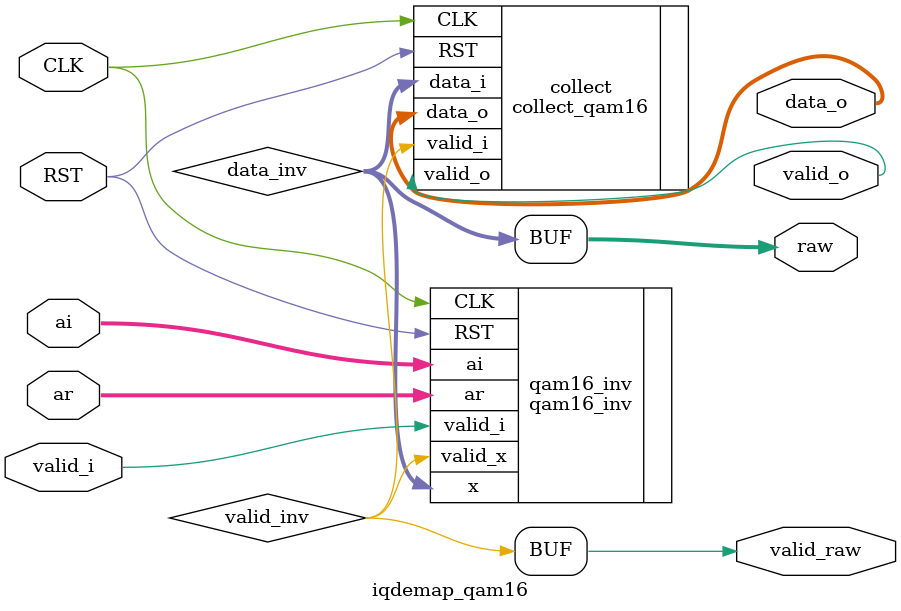
<source format=v>

module iqdemap_qam16
  (
   input               CLK,
   input               RST,

   input               valid_i,
   input signed [10:0] ar,
   input signed [10:0] ai,

   output              valid_o,
   output [31:0]       data_o,

   output              valid_raw,
   output [3:0]        raw
   );

    wire [3:0]         data_inv;
    wire               valid_inv;              


    qam16_inv qam16_inv
      (
       .CLK(CLK),
       .RST(RST),

       .valid_i(valid_i),
       .ar(ar),
       .ai(ai),

       .valid_x(valid_inv),
       .x(data_inv)
       );

    assign raw = data_inv;
    assign valid_raw = valid_inv;

    collect_qam16 collect
      (
       .CLK(CLK),
       .RST(RST),

       .valid_i(valid_inv),
       .data_i(data_inv),

       .valid_o(valid_o),
       .data_o(data_o)
       );
    
endmodule

// Local Variables:
// compile-command: "cd ../../verilator/comm/iqdemap_qam16; ./runtest.sh"
// End:

</source>
